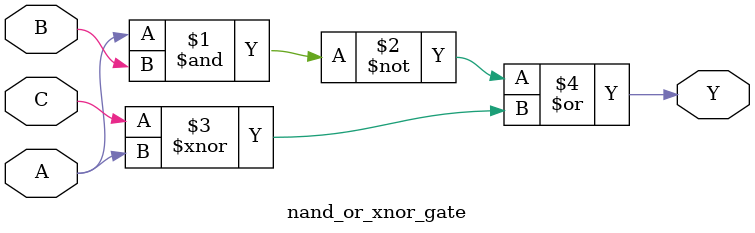
<source format=sv>
module nand_or_xnor_gate (
    input wire A, B, C,   // 输入A, B, C
    output wire Y         // 输出Y
);
    assign Y = ~(A & B) | (C ~^ A);  // 与非、或和同或组合
endmodule

</source>
